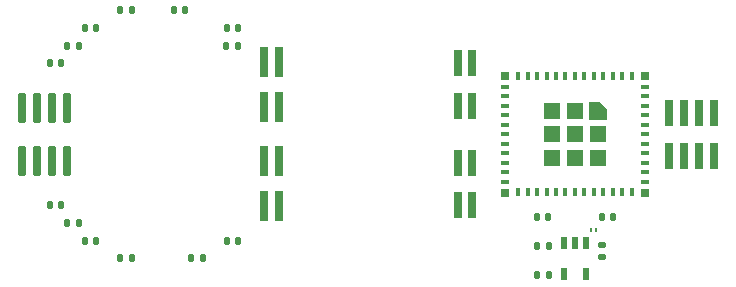
<source format=gbr>
%TF.GenerationSoftware,KiCad,Pcbnew,8.0.2-1*%
%TF.CreationDate,2025-04-12T14:57:52-07:00*%
%TF.ProjectId,Small_Pendant,536d616c-6c5f-4506-956e-64616e742e6b,rev?*%
%TF.SameCoordinates,Original*%
%TF.FileFunction,Paste,Bot*%
%TF.FilePolarity,Positive*%
%FSLAX46Y46*%
G04 Gerber Fmt 4.6, Leading zero omitted, Abs format (unit mm)*
G04 Created by KiCad (PCBNEW 8.0.2-1) date 2025-04-12 14:57:52*
%MOMM*%
%LPD*%
G01*
G04 APERTURE LIST*
G04 Aperture macros list*
%AMRoundRect*
0 Rectangle with rounded corners*
0 $1 Rounding radius*
0 $2 $3 $4 $5 $6 $7 $8 $9 X,Y pos of 4 corners*
0 Add a 4 corners polygon primitive as box body*
4,1,4,$2,$3,$4,$5,$6,$7,$8,$9,$2,$3,0*
0 Add four circle primitives for the rounded corners*
1,1,$1+$1,$2,$3*
1,1,$1+$1,$4,$5*
1,1,$1+$1,$6,$7*
1,1,$1+$1,$8,$9*
0 Add four rect primitives between the rounded corners*
20,1,$1+$1,$2,$3,$4,$5,0*
20,1,$1+$1,$4,$5,$6,$7,0*
20,1,$1+$1,$6,$7,$8,$9,0*
20,1,$1+$1,$8,$9,$2,$3,0*%
%AMFreePoly0*
4,1,14,0.765355,0.765355,0.780000,0.730000,0.780000,-0.720000,0.765355,-0.755355,0.730000,-0.770000,-0.120000,-0.770000,-0.155355,-0.755355,-0.755355,-0.155355,-0.770000,-0.120000,-0.770000,0.730000,-0.755355,0.765355,-0.720000,0.780000,0.730000,0.780000,0.765355,0.765355,0.765355,0.765355,$1*%
G04 Aperture macros list end*
%ADD10RoundRect,0.140000X-0.140000X-0.170000X0.140000X-0.170000X0.140000X0.170000X-0.140000X0.170000X0*%
%ADD11RoundRect,0.135000X0.135000X0.185000X-0.135000X0.185000X-0.135000X-0.185000X0.135000X-0.185000X0*%
%ADD12R,0.800000X0.400000*%
%ADD13R,0.400000X0.800000*%
%ADD14R,1.450000X1.450000*%
%ADD15FreePoly0,180.000000*%
%ADD16R,0.700000X0.700000*%
%ADD17RoundRect,0.140000X0.140000X0.170000X-0.140000X0.170000X-0.140000X-0.170000X0.140000X-0.170000X0*%
%ADD18R,0.620000X1.100000*%
%ADD19RoundRect,0.185000X0.185000X-0.915000X0.185000X0.915000X-0.185000X0.915000X-0.185000X-0.915000X0*%
%ADD20RoundRect,0.190000X0.190000X1.060000X-0.190000X1.060000X-0.190000X-1.060000X0.190000X-1.060000X0*%
%ADD21RoundRect,0.185000X-0.185000X1.115000X-0.185000X-1.115000X0.185000X-1.115000X0.185000X1.115000X0*%
%ADD22RoundRect,0.185000X-0.185000X0.915000X-0.185000X-0.915000X0.185000X-0.915000X0.185000X0.915000X0*%
%ADD23RoundRect,0.135000X0.185000X-0.135000X0.185000X0.135000X-0.185000X0.135000X-0.185000X-0.135000X0*%
%ADD24R,0.200000X0.350000*%
G04 APERTURE END LIST*
D10*
%TO.C,C20*%
X40520000Y-59000000D03*
X41480000Y-59000000D03*
%TD*%
D11*
%TO.C,R12*%
X56510000Y-57500000D03*
X55490000Y-57500000D03*
%TD*%
D12*
%TO.C,U1*%
X90900000Y-61000000D03*
X90900000Y-61800000D03*
X90900000Y-62600000D03*
X90900000Y-63400000D03*
X90900000Y-64200000D03*
X90900000Y-65000000D03*
X90900000Y-65800000D03*
X90900000Y-66600000D03*
X90900000Y-67400000D03*
X90900000Y-68200000D03*
X90900000Y-69000000D03*
D13*
X89800000Y-69900000D03*
X89000000Y-69900000D03*
X88200000Y-69900000D03*
X87400000Y-69900000D03*
X86600000Y-69900000D03*
X85800000Y-69900000D03*
X85000000Y-69900000D03*
X84200000Y-69900000D03*
X83400000Y-69900000D03*
X82600000Y-69900000D03*
X81800000Y-69900000D03*
X81000000Y-69900000D03*
X80200000Y-69900000D03*
D12*
X79100000Y-69000000D03*
X79100000Y-68200000D03*
X79100000Y-67400000D03*
X79100000Y-66600000D03*
X79100000Y-65800000D03*
X79100000Y-65000000D03*
X79100000Y-64200000D03*
X79100000Y-63400000D03*
X79100000Y-62600000D03*
X79100000Y-61800000D03*
X79100000Y-61000000D03*
D13*
X80200000Y-60100000D03*
X81000000Y-60100000D03*
X81800000Y-60100000D03*
X82600000Y-60100000D03*
X83400000Y-60100000D03*
X84200000Y-60100000D03*
X85000000Y-60100000D03*
X85800000Y-60100000D03*
X86600000Y-60100000D03*
X87400000Y-60100000D03*
X88200000Y-60100000D03*
X89000000Y-60100000D03*
X89800000Y-60100000D03*
D14*
X83030000Y-63030000D03*
X83030000Y-65000000D03*
X83030000Y-66980000D03*
X85000000Y-63030000D03*
X85000000Y-65000000D03*
X85000000Y-66980000D03*
D15*
X86980000Y-63020000D03*
D14*
X86980000Y-65000000D03*
X86980000Y-66980000D03*
D16*
X79050000Y-60050000D03*
X79050000Y-69950000D03*
X90950000Y-69950000D03*
X90950000Y-60050000D03*
%TD*%
D17*
%TO.C,C17*%
X47480000Y-54500000D03*
X46520000Y-54500000D03*
%TD*%
D10*
%TO.C,C21*%
X40520000Y-71000000D03*
X41480000Y-71000000D03*
%TD*%
D17*
%TO.C,C28*%
X51980000Y-54500000D03*
X51020000Y-54500000D03*
%TD*%
D18*
%TO.C,U2*%
X84050000Y-74200000D03*
X85000000Y-74200000D03*
X85950000Y-74200000D03*
X85950000Y-76800000D03*
X84050000Y-76800000D03*
%TD*%
D10*
%TO.C,C16*%
X87270000Y-71990000D03*
X88230000Y-71990000D03*
%TD*%
%TO.C,C27*%
X55520000Y-56000000D03*
X56480000Y-56000000D03*
%TD*%
D19*
%TO.C,J2*%
X76330000Y-59000000D03*
X76330000Y-62600000D03*
X75070000Y-59000000D03*
X75070000Y-62600000D03*
%TD*%
D17*
%TO.C,C22*%
X42980000Y-72500000D03*
X42020000Y-72500000D03*
%TD*%
%TO.C,C15*%
X82730000Y-71990000D03*
X81770000Y-71990000D03*
%TD*%
D20*
%TO.C,J7*%
X42000000Y-67250000D03*
X42000000Y-62750000D03*
X40730000Y-67250000D03*
X40730000Y-62750000D03*
X39460000Y-67250000D03*
X39460000Y-62750000D03*
X38190000Y-67250000D03*
X38190000Y-62750000D03*
%TD*%
D17*
%TO.C,C25*%
X53480000Y-75500000D03*
X52520000Y-75500000D03*
%TD*%
D21*
%TO.C,J5*%
X58670000Y-58900000D03*
X58670000Y-62700000D03*
X59930000Y-58900000D03*
X59930000Y-62700000D03*
%TD*%
D17*
%TO.C,C19*%
X42980000Y-57500000D03*
X42020000Y-57500000D03*
%TD*%
D22*
%TO.C,J4*%
X93000000Y-63200000D03*
X93000000Y-66800000D03*
X94270000Y-63200000D03*
X94270000Y-66800000D03*
X95530000Y-63200000D03*
X95530000Y-66800000D03*
X96800000Y-63200000D03*
X96800000Y-66800000D03*
%TD*%
D17*
%TO.C,C9*%
X82780000Y-76900000D03*
X81820000Y-76900000D03*
%TD*%
%TO.C,C24*%
X47480000Y-75500000D03*
X46520000Y-75500000D03*
%TD*%
D23*
%TO.C,R7*%
X87300000Y-75410000D03*
X87300000Y-74390000D03*
%TD*%
D19*
%TO.C,J3*%
X76330000Y-71000000D03*
X76330000Y-67400000D03*
X75070000Y-71000000D03*
X75070000Y-67400000D03*
%TD*%
D10*
%TO.C,C18*%
X43520000Y-56000000D03*
X44480000Y-56000000D03*
%TD*%
D24*
%TO.C,D2*%
X86800000Y-73100000D03*
X86340000Y-73100000D03*
%TD*%
D10*
%TO.C,C23*%
X43520000Y-74000000D03*
X44480000Y-74000000D03*
%TD*%
%TO.C,C26*%
X55520000Y-74000000D03*
X56480000Y-74000000D03*
%TD*%
D21*
%TO.C,J6*%
X58670000Y-67300000D03*
X58670000Y-71100000D03*
X59930000Y-67300000D03*
X59930000Y-71100000D03*
%TD*%
D17*
%TO.C,C8*%
X82780000Y-74500000D03*
X81820000Y-74500000D03*
%TD*%
M02*

</source>
